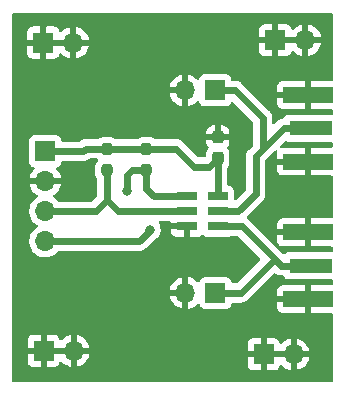
<source format=gbr>
%TF.GenerationSoftware,KiCad,Pcbnew,(6.0.2)*%
%TF.CreationDate,2022-11-21T15:27:55-08:00*%
%TF.ProjectId,si514_clock,73693531-345f-4636-9c6f-636b2e6b6963,rev?*%
%TF.SameCoordinates,PX86903e0PY67ceb50*%
%TF.FileFunction,Copper,L1,Top*%
%TF.FilePolarity,Positive*%
%FSLAX46Y46*%
G04 Gerber Fmt 4.6, Leading zero omitted, Abs format (unit mm)*
G04 Created by KiCad (PCBNEW (6.0.2)) date 2022-11-21 15:27:55*
%MOMM*%
%LPD*%
G01*
G04 APERTURE LIST*
G04 Aperture macros list*
%AMRoundRect*
0 Rectangle with rounded corners*
0 $1 Rounding radius*
0 $2 $3 $4 $5 $6 $7 $8 $9 X,Y pos of 4 corners*
0 Add a 4 corners polygon primitive as box body*
4,1,4,$2,$3,$4,$5,$6,$7,$8,$9,$2,$3,0*
0 Add four circle primitives for the rounded corners*
1,1,$1+$1,$2,$3*
1,1,$1+$1,$4,$5*
1,1,$1+$1,$6,$7*
1,1,$1+$1,$8,$9*
0 Add four rect primitives between the rounded corners*
20,1,$1+$1,$2,$3,$4,$5,0*
20,1,$1+$1,$4,$5,$6,$7,0*
20,1,$1+$1,$6,$7,$8,$9,0*
20,1,$1+$1,$8,$9,$2,$3,0*%
G04 Aperture macros list end*
%TA.AperFunction,SMDPad,CuDef*%
%ADD10R,3.600000X1.270000*%
%TD*%
%TA.AperFunction,SMDPad,CuDef*%
%ADD11R,4.200000X1.350000*%
%TD*%
%TA.AperFunction,ComponentPad*%
%ADD12R,1.700000X1.700000*%
%TD*%
%TA.AperFunction,ComponentPad*%
%ADD13O,1.700000X1.700000*%
%TD*%
%TA.AperFunction,SMDPad,CuDef*%
%ADD14R,1.700000X0.800000*%
%TD*%
%TA.AperFunction,SMDPad,CuDef*%
%ADD15RoundRect,0.237500X-0.237500X0.250000X-0.237500X-0.250000X0.237500X-0.250000X0.237500X0.250000X0*%
%TD*%
%TA.AperFunction,SMDPad,CuDef*%
%ADD16RoundRect,0.237500X0.237500X-0.300000X0.237500X0.300000X-0.237500X0.300000X-0.237500X-0.300000X0*%
%TD*%
%TA.AperFunction,ViaPad*%
%ADD17C,0.800000*%
%TD*%
%TA.AperFunction,Conductor*%
%ADD18C,0.609600*%
%TD*%
G04 APERTURE END LIST*
D10*
%TO.P,J7,1,In*%
%TO.N,/CLK+*%
X25800000Y10350000D03*
D11*
%TO.P,J7,2,Ext*%
%TO.N,GND*%
X25600000Y13175000D03*
X25600000Y7525000D03*
%TD*%
D12*
%TO.P,J8,1,Pin_1*%
%TO.N,/CLK+*%
X17750000Y8050000D03*
D13*
%TO.P,J8,2,Pin_2*%
%TO.N,GND*%
X15210000Y8050000D03*
%TD*%
D10*
%TO.P,J6,1,In*%
%TO.N,/CLK-*%
X25800000Y22000000D03*
D11*
%TO.P,J6,2,Ext*%
%TO.N,GND*%
X25600000Y24825000D03*
X25600000Y19175000D03*
%TD*%
D14*
%TO.P,U1,1,SDA*%
%TO.N,/SDA*%
X15350000Y16220000D03*
%TO.P,U1,2,SCL*%
%TO.N,/SCL*%
X15350000Y14950000D03*
%TO.P,U1,3,GND*%
%TO.N,GND*%
X15350000Y13680000D03*
%TO.P,U1,4,CLK+*%
%TO.N,/CLK+*%
X17950000Y13680000D03*
%TO.P,U1,5,CLK-*%
%TO.N,/CLK-*%
X17950000Y14950000D03*
%TO.P,U1,6,VDD*%
%TO.N,/VDD3.3*%
X17950000Y16220000D03*
%TD*%
D12*
%TO.P,J9,1,Pin_1*%
%TO.N,/CLK-*%
X17740000Y25200000D03*
D13*
%TO.P,J9,2,Pin_2*%
%TO.N,GND*%
X15200000Y25200000D03*
%TD*%
D12*
%TO.P,J3,1,Pin_1*%
%TO.N,GND*%
X3175000Y29250000D03*
D13*
%TO.P,J3,2,Pin_2*%
X5715000Y29250000D03*
%TD*%
D12*
%TO.P,J1,1,Pin_1*%
%TO.N,GND*%
X3200000Y3150000D03*
D13*
%TO.P,J1,2,Pin_2*%
X5740000Y3150000D03*
%TD*%
D15*
%TO.P,R2,1*%
%TO.N,/VDD3.3*%
X11900000Y20262500D03*
%TO.P,R2,2*%
%TO.N,/SDA*%
X11900000Y18437500D03*
%TD*%
D12*
%TO.P,J2,1,Pin_1*%
%TO.N,GND*%
X21825000Y2850000D03*
D13*
%TO.P,J2,2,Pin_2*%
X24365000Y2850000D03*
%TD*%
D12*
%TO.P,J5,1,Pin_1*%
%TO.N,/VDD3.3*%
X3350000Y20050000D03*
D13*
%TO.P,J5,2,Pin_2*%
%TO.N,GND*%
X3350000Y17510000D03*
%TO.P,J5,3,Pin_3*%
%TO.N,/SCL*%
X3350000Y14970000D03*
%TO.P,J5,4,Pin_4*%
%TO.N,/SDA*%
X3350000Y12430000D03*
%TD*%
D15*
%TO.P,R1,1*%
%TO.N,/VDD3.3*%
X8550000Y20262500D03*
%TO.P,R1,2*%
%TO.N,/SCL*%
X8550000Y18437500D03*
%TD*%
D16*
%TO.P,C1,1*%
%TO.N,/VDD3.3*%
X17950000Y19487500D03*
%TO.P,C1,2*%
%TO.N,GND*%
X17950000Y21212500D03*
%TD*%
D12*
%TO.P,J4,1,Pin_1*%
%TO.N,GND*%
X22825000Y29450000D03*
D13*
%TO.P,J4,2,Pin_2*%
X25365000Y29450000D03*
%TD*%
D17*
%TO.N,GND*%
X14600000Y29400000D03*
X6250000Y17350000D03*
X6800000Y8200000D03*
X21600000Y7300000D03*
X24400000Y16150000D03*
X16300000Y20800000D03*
X14000000Y12100001D03*
%TO.N,/SDA*%
X12200000Y13400000D03*
X10300000Y16700000D03*
%TD*%
D18*
%TO.N,/VDD3.3*%
X15900000Y18750000D02*
X14387500Y20262500D01*
X17212500Y18750000D02*
X15900000Y18750000D01*
X17950000Y19487500D02*
X17212500Y18750000D01*
X17950000Y16220000D02*
X17950000Y19487500D01*
X14387500Y20262500D02*
X11900000Y20262500D01*
%TO.N,/CLK-*%
X21750000Y20200000D02*
X23550000Y22000000D01*
X23550000Y22000000D02*
X25850000Y22000000D01*
%TO.N,/VDD3.3*%
X6762500Y20262500D02*
X8550000Y20262500D01*
X11900000Y20262500D02*
X8550000Y20262500D01*
X3350000Y20050000D02*
X6550000Y20050000D01*
X6550000Y20050000D02*
X6762500Y20262500D01*
%TO.N,/SCL*%
X7620000Y14970000D02*
X8550000Y15900000D01*
X9500000Y14950000D02*
X15350000Y14950000D01*
X3350000Y14970000D02*
X7620000Y14970000D01*
X8550000Y18437500D02*
X8550000Y15900000D01*
X8550000Y15900000D02*
X9500000Y14950000D01*
%TO.N,/SDA*%
X10300000Y18050000D02*
X10687500Y18437500D01*
X12530000Y16220000D02*
X15350000Y16220000D01*
X11280000Y12430000D02*
X11750000Y12900000D01*
X10687500Y18437500D02*
X11900000Y18437500D01*
X11900000Y18437500D02*
X11900000Y16850000D01*
X12200000Y13350000D02*
X12200000Y13400000D01*
X11900000Y16850000D02*
X12530000Y16220000D01*
X10300000Y16700000D02*
X10300000Y18050000D01*
X3350000Y12430000D02*
X11280000Y12430000D01*
X11750000Y12900000D02*
X12200000Y13350000D01*
%TO.N,/CLK+*%
X22750000Y10900000D02*
X23300000Y10350000D01*
X17750000Y8050000D02*
X19900000Y8050000D01*
X23300000Y10350000D02*
X25800000Y10350000D01*
X17950000Y13680000D02*
X19970000Y13680000D01*
X19900000Y8050000D02*
X22750000Y10900000D01*
X19970000Y13680000D02*
X22750000Y10900000D01*
%TO.N,/CLK-*%
X19700000Y14950000D02*
X21150000Y16400000D01*
X21750000Y22850000D02*
X21750000Y20200000D01*
X21150000Y16400000D02*
X21150000Y19600000D01*
X17740000Y25200000D02*
X19400000Y25200000D01*
X21150000Y19600000D02*
X21750000Y20200000D01*
X17950000Y14950000D02*
X19700000Y14950000D01*
X19400000Y25200000D02*
X21750000Y22850000D01*
%TD*%
%TA.AperFunction,Conductor*%
%TO.N,GND*%
G36*
X27634121Y31721998D02*
G01*
X27680614Y31668342D01*
X27692000Y31616000D01*
X27692000Y26134000D01*
X27671998Y26065879D01*
X27618342Y26019386D01*
X27566000Y26008000D01*
X25872115Y26008000D01*
X25856876Y26003525D01*
X25855671Y26002135D01*
X25854000Y25994452D01*
X25854000Y23660116D01*
X25858475Y23644877D01*
X25859865Y23643672D01*
X25867548Y23642001D01*
X27566000Y23642001D01*
X27634121Y23621999D01*
X27680614Y23568343D01*
X27692000Y23516001D01*
X27692000Y23269500D01*
X27671998Y23201379D01*
X27618342Y23154886D01*
X27566000Y23143500D01*
X23951866Y23143500D01*
X23889684Y23136745D01*
X23753295Y23085615D01*
X23636739Y22998261D01*
X23549385Y22881705D01*
X23547014Y22875381D01*
X23497547Y22826025D01*
X23463909Y22813525D01*
X23424626Y22805033D01*
X23412050Y22802974D01*
X23375682Y22798894D01*
X23375673Y22798892D01*
X23368675Y22798107D01*
X23355770Y22793613D01*
X23336769Y22786997D01*
X23321962Y22782835D01*
X23302671Y22778664D01*
X23288949Y22775697D01*
X23282564Y22772720D01*
X23282562Y22772719D01*
X23270881Y22767272D01*
X23249386Y22757249D01*
X23237593Y22752460D01*
X23196361Y22738101D01*
X23190386Y22734367D01*
X23190383Y22734366D01*
X23167710Y22720199D01*
X23154193Y22712860D01*
X23123581Y22698585D01*
X23098595Y22679204D01*
X23089090Y22671831D01*
X23078636Y22664538D01*
X23041624Y22641411D01*
X23036625Y22636446D01*
X23036623Y22636445D01*
X23012656Y22612644D01*
X23012018Y22612047D01*
X23011347Y22611527D01*
X22985089Y22585269D01*
X22912154Y22512841D01*
X22911494Y22511800D01*
X22910385Y22510565D01*
X22778395Y22378575D01*
X22716083Y22344549D01*
X22645268Y22349614D01*
X22588432Y22392161D01*
X22563621Y22458681D01*
X22563300Y22467670D01*
X22563300Y22840737D01*
X22563307Y22842056D01*
X22564182Y22925661D01*
X22564256Y22932709D01*
X22555032Y22975370D01*
X22552972Y22987949D01*
X22548892Y23024329D01*
X22548891Y23024332D01*
X22548107Y23031325D01*
X22536998Y23063226D01*
X22532836Y23078036D01*
X22527187Y23104162D01*
X22525698Y23111051D01*
X22522719Y23117440D01*
X22507246Y23150623D01*
X22502450Y23162434D01*
X22488101Y23203639D01*
X22470208Y23232274D01*
X22462869Y23245791D01*
X22451565Y23270031D01*
X22451564Y23270033D01*
X22448586Y23276419D01*
X22421827Y23310916D01*
X22414540Y23321361D01*
X22391411Y23358376D01*
X22362644Y23387344D01*
X22362047Y23387982D01*
X22361527Y23388653D01*
X22335269Y23414911D01*
X22262841Y23487846D01*
X22261800Y23488506D01*
X22260565Y23489615D01*
X21644849Y24105331D01*
X22992001Y24105331D01*
X22992371Y24098510D01*
X22997895Y24047648D01*
X23001521Y24032396D01*
X23046676Y23911946D01*
X23055214Y23896351D01*
X23131715Y23794276D01*
X23144276Y23781715D01*
X23246351Y23705214D01*
X23261946Y23696676D01*
X23382394Y23651522D01*
X23397649Y23647895D01*
X23448514Y23642369D01*
X23455328Y23642000D01*
X25327885Y23642000D01*
X25343124Y23646475D01*
X25344329Y23647865D01*
X25346000Y23655548D01*
X25346000Y24552885D01*
X25341525Y24568124D01*
X25340135Y24569329D01*
X25332452Y24571000D01*
X23010116Y24571000D01*
X22994877Y24566525D01*
X22993672Y24565135D01*
X22992001Y24557452D01*
X22992001Y24105331D01*
X21644849Y24105331D01*
X20653065Y25097115D01*
X22992000Y25097115D01*
X22996475Y25081876D01*
X22997865Y25080671D01*
X23005548Y25079000D01*
X25327885Y25079000D01*
X25343124Y25083475D01*
X25344329Y25084865D01*
X25346000Y25092548D01*
X25346000Y25989884D01*
X25341525Y26005123D01*
X25340135Y26006328D01*
X25332452Y26007999D01*
X23455331Y26007999D01*
X23448510Y26007629D01*
X23397648Y26002105D01*
X23382396Y25998479D01*
X23261946Y25953324D01*
X23246351Y25944786D01*
X23144276Y25868285D01*
X23131715Y25855724D01*
X23055214Y25753649D01*
X23046676Y25738054D01*
X23001522Y25617606D01*
X22997895Y25602351D01*
X22992369Y25551486D01*
X22992000Y25544672D01*
X22992000Y25097115D01*
X20653065Y25097115D01*
X19981711Y25768469D01*
X19980782Y25769406D01*
X19922210Y25829218D01*
X19922209Y25829219D01*
X19917282Y25834250D01*
X19911364Y25838064D01*
X19911359Y25838068D01*
X19880593Y25857895D01*
X19870240Y25865334D01*
X19841634Y25888170D01*
X19836131Y25892563D01*
X19829791Y25895628D01*
X19829786Y25895631D01*
X19805721Y25907265D01*
X19792308Y25914792D01*
X19769836Y25929274D01*
X19769829Y25929277D01*
X19763910Y25933092D01*
X19722889Y25948023D01*
X19711149Y25952982D01*
X19678199Y25968911D01*
X19678197Y25968912D01*
X19671856Y25971977D01*
X19638936Y25979577D01*
X19624201Y25983943D01*
X19599072Y25993089D01*
X19599066Y25993091D01*
X19592451Y25995498D01*
X19568081Y25998576D01*
X19549141Y26000969D01*
X19536600Y26003203D01*
X19494070Y26013022D01*
X19487024Y26013047D01*
X19487021Y26013047D01*
X19453259Y26013165D01*
X19452366Y26013195D01*
X19451530Y26013300D01*
X19414594Y26013300D01*
X19414154Y26013301D01*
X19315154Y26013647D01*
X19315147Y26013647D01*
X19311608Y26013659D01*
X19310402Y26013389D01*
X19308753Y26013300D01*
X19220769Y26013300D01*
X19152648Y26033302D01*
X19106155Y26086958D01*
X19095506Y26125693D01*
X19092598Y26152460D01*
X19091745Y26160316D01*
X19040615Y26296705D01*
X18953261Y26413261D01*
X18836705Y26500615D01*
X18700316Y26551745D01*
X18638134Y26558500D01*
X16841866Y26558500D01*
X16779684Y26551745D01*
X16643295Y26500615D01*
X16526739Y26413261D01*
X16439385Y26296705D01*
X16436233Y26288297D01*
X16436232Y26288295D01*
X16394722Y26177567D01*
X16352081Y26120802D01*
X16285519Y26096102D01*
X16216170Y26111309D01*
X16183546Y26136996D01*
X16132799Y26192766D01*
X16125273Y26199785D01*
X15958139Y26331778D01*
X15949552Y26337483D01*
X15763117Y26440401D01*
X15753705Y26444631D01*
X15552959Y26515720D01*
X15542988Y26518354D01*
X15471837Y26531028D01*
X15458540Y26529568D01*
X15454000Y26515011D01*
X15454000Y23881483D01*
X15458064Y23867641D01*
X15471478Y23865607D01*
X15478184Y23866466D01*
X15488262Y23868608D01*
X15692255Y23929809D01*
X15701842Y23933567D01*
X15893095Y24027261D01*
X15901945Y24032536D01*
X16075328Y24156208D01*
X16083193Y24162855D01*
X16187897Y24267195D01*
X16250268Y24301111D01*
X16321075Y24295923D01*
X16377837Y24253277D01*
X16394819Y24222174D01*
X16417057Y24162855D01*
X16439385Y24103295D01*
X16526739Y23986739D01*
X16643295Y23899385D01*
X16779684Y23848255D01*
X16841866Y23841500D01*
X18638134Y23841500D01*
X18700316Y23848255D01*
X18836705Y23899385D01*
X18953261Y23986739D01*
X19040615Y24103295D01*
X19055330Y24142547D01*
X19097971Y24199312D01*
X19164532Y24224012D01*
X19233881Y24208805D01*
X19262407Y24187413D01*
X20899795Y22550025D01*
X20933821Y22487713D01*
X20936700Y22460930D01*
X20936700Y20589070D01*
X20916698Y20520949D01*
X20899795Y20499975D01*
X20581531Y20181711D01*
X20580594Y20180782D01*
X20515750Y20117282D01*
X20511936Y20111364D01*
X20511932Y20111359D01*
X20492105Y20080593D01*
X20484666Y20070240D01*
X20457437Y20036131D01*
X20454372Y20029791D01*
X20454369Y20029786D01*
X20442735Y20005721D01*
X20435208Y19992308D01*
X20420726Y19969836D01*
X20420723Y19969829D01*
X20416908Y19963910D01*
X20414498Y19957290D01*
X20414498Y19957289D01*
X20401979Y19922893D01*
X20397019Y19911152D01*
X20378023Y19871856D01*
X20370423Y19838936D01*
X20366057Y19824201D01*
X20356911Y19799072D01*
X20356909Y19799066D01*
X20354502Y19792451D01*
X20353620Y19785468D01*
X20349031Y19749141D01*
X20346797Y19736600D01*
X20336978Y19694070D01*
X20336953Y19687024D01*
X20336953Y19687021D01*
X20336835Y19653259D01*
X20336805Y19652366D01*
X20336700Y19651530D01*
X20336700Y19614594D01*
X20336699Y19614154D01*
X20336532Y19566179D01*
X20336341Y19511608D01*
X20336611Y19510402D01*
X20336700Y19508753D01*
X20336700Y16789070D01*
X20316698Y16720949D01*
X20299795Y16699974D01*
X19523595Y15923775D01*
X19461283Y15889750D01*
X19390467Y15894815D01*
X19333632Y15937362D01*
X19308821Y16003882D01*
X19308500Y16012871D01*
X19308500Y16668134D01*
X19301745Y16730316D01*
X19250615Y16866705D01*
X19163261Y16983261D01*
X19046705Y17070615D01*
X18910316Y17121745D01*
X18875692Y17125506D01*
X18810131Y17152747D01*
X18769704Y17211110D01*
X18763300Y17250769D01*
X18763300Y18664173D01*
X18782040Y18730289D01*
X18788214Y18740304D01*
X18868209Y18870080D01*
X18922974Y19035191D01*
X18924459Y19049678D01*
X18933172Y19134729D01*
X18933500Y19137928D01*
X18933500Y19837072D01*
X18933163Y19840322D01*
X18923419Y19934235D01*
X18923418Y19934239D01*
X18922707Y19941093D01*
X18901146Y20005721D01*
X18869972Y20099159D01*
X18867654Y20106107D01*
X18776116Y20254031D01*
X18768861Y20261274D01*
X18767895Y20263038D01*
X18766387Y20264941D01*
X18766713Y20265199D01*
X18734781Y20323554D01*
X18739782Y20394375D01*
X18768708Y20439470D01*
X18771364Y20442131D01*
X18780375Y20453540D01*
X18863912Y20589063D01*
X18870056Y20602241D01*
X18920315Y20753766D01*
X18923181Y20767132D01*
X18932672Y20859770D01*
X18933000Y20866185D01*
X18933000Y20940385D01*
X18928525Y20955624D01*
X18927135Y20956829D01*
X18919452Y20958500D01*
X16985115Y20958500D01*
X16969876Y20954025D01*
X16968671Y20952635D01*
X16967000Y20944952D01*
X16967000Y20866234D01*
X16967337Y20859718D01*
X16977075Y20765868D01*
X16979968Y20752472D01*
X17030488Y20601047D01*
X17036653Y20587885D01*
X17120426Y20452508D01*
X17129464Y20441106D01*
X17131139Y20439433D01*
X17131919Y20438007D01*
X17134007Y20435373D01*
X17133556Y20435016D01*
X17165219Y20377151D01*
X17160216Y20306331D01*
X17131299Y20261246D01*
X17129260Y20259203D01*
X17123071Y20253003D01*
X17119231Y20246773D01*
X17119230Y20246772D01*
X17036364Y20112338D01*
X17031791Y20104920D01*
X16977026Y19939809D01*
X16976326Y19932973D01*
X16976325Y19932970D01*
X16972401Y19894672D01*
X16966500Y19837072D01*
X16966500Y19706370D01*
X16946498Y19638249D01*
X16929595Y19617275D01*
X16912525Y19600205D01*
X16850213Y19566179D01*
X16823430Y19563300D01*
X16289070Y19563300D01*
X16220949Y19583302D01*
X16199975Y19600205D01*
X14969211Y20830969D01*
X14968282Y20831906D01*
X14909710Y20891718D01*
X14909709Y20891719D01*
X14904782Y20896750D01*
X14898864Y20900564D01*
X14898859Y20900568D01*
X14868093Y20920395D01*
X14857740Y20927834D01*
X14829134Y20950670D01*
X14823631Y20955063D01*
X14817291Y20958128D01*
X14817286Y20958131D01*
X14793221Y20969765D01*
X14779808Y20977292D01*
X14757336Y20991774D01*
X14757329Y20991777D01*
X14751410Y20995592D01*
X14710389Y21010523D01*
X14698649Y21015482D01*
X14695398Y21017054D01*
X14686093Y21021552D01*
X14665699Y21031411D01*
X14665697Y21031412D01*
X14659356Y21034477D01*
X14626436Y21042077D01*
X14611701Y21046443D01*
X14586572Y21055589D01*
X14586566Y21055591D01*
X14579951Y21057998D01*
X14553067Y21061394D01*
X14536641Y21063469D01*
X14524100Y21065703D01*
X14481570Y21075522D01*
X14474524Y21075547D01*
X14474521Y21075547D01*
X14440759Y21075665D01*
X14439866Y21075695D01*
X14439030Y21075800D01*
X14402094Y21075800D01*
X14401654Y21075801D01*
X14302654Y21076147D01*
X14302647Y21076147D01*
X14299108Y21076159D01*
X14297902Y21075889D01*
X14296253Y21075800D01*
X12678475Y21075800D01*
X12610354Y21095802D01*
X12606098Y21098840D01*
X12603003Y21101929D01*
X12454920Y21193209D01*
X12289809Y21247974D01*
X12282973Y21248674D01*
X12282970Y21248675D01*
X12231474Y21253951D01*
X12187072Y21258500D01*
X11612928Y21258500D01*
X11609682Y21258163D01*
X11609678Y21258163D01*
X11515765Y21248419D01*
X11515761Y21248418D01*
X11508907Y21247707D01*
X11502371Y21245526D01*
X11502369Y21245526D01*
X11369605Y21201232D01*
X11343893Y21192654D01*
X11195969Y21101116D01*
X11195774Y21101432D01*
X11133966Y21076417D01*
X11121515Y21075800D01*
X9328475Y21075800D01*
X9260354Y21095802D01*
X9256098Y21098840D01*
X9253003Y21101929D01*
X9104920Y21193209D01*
X8939809Y21247974D01*
X8932973Y21248674D01*
X8932970Y21248675D01*
X8881474Y21253951D01*
X8837072Y21258500D01*
X8262928Y21258500D01*
X8259682Y21258163D01*
X8259678Y21258163D01*
X8165765Y21248419D01*
X8165761Y21248418D01*
X8158907Y21247707D01*
X8152371Y21245526D01*
X8152369Y21245526D01*
X8019605Y21201232D01*
X7993893Y21192654D01*
X7845969Y21101116D01*
X7845774Y21101432D01*
X7783966Y21076417D01*
X7771515Y21075800D01*
X6771717Y21075800D01*
X6770397Y21075807D01*
X6769289Y21075819D01*
X6679791Y21076756D01*
X6672909Y21075268D01*
X6672908Y21075268D01*
X6637128Y21067533D01*
X6624550Y21065474D01*
X6588182Y21061394D01*
X6588173Y21061392D01*
X6581175Y21060607D01*
X6573683Y21057998D01*
X6549269Y21049497D01*
X6534462Y21045335D01*
X6519376Y21042073D01*
X6501449Y21038197D01*
X6495064Y21035220D01*
X6495062Y21035219D01*
X6493471Y21034477D01*
X6461886Y21019749D01*
X6450093Y21014960D01*
X6408861Y21000601D01*
X6402886Y20996867D01*
X6402883Y20996866D01*
X6380210Y20982699D01*
X6366693Y20975360D01*
X6336081Y20961085D01*
X6319385Y20948134D01*
X6301590Y20934331D01*
X6291136Y20927038D01*
X6254124Y20903911D01*
X6249124Y20898946D01*
X6243602Y20894569D01*
X6242593Y20895842D01*
X6187650Y20866087D01*
X6161295Y20863300D01*
X4830769Y20863300D01*
X4762648Y20883302D01*
X4716155Y20936958D01*
X4705506Y20975693D01*
X4703759Y20991774D01*
X4701745Y21010316D01*
X4650615Y21146705D01*
X4563261Y21263261D01*
X4446705Y21350615D01*
X4310316Y21401745D01*
X4248134Y21408500D01*
X2451866Y21408500D01*
X2389684Y21401745D01*
X2253295Y21350615D01*
X2136739Y21263261D01*
X2049385Y21146705D01*
X1998255Y21010316D01*
X1991500Y20948134D01*
X1991500Y19151866D01*
X1998255Y19089684D01*
X2049385Y18953295D01*
X2136739Y18836739D01*
X2253295Y18749385D01*
X2261704Y18746233D01*
X2261705Y18746232D01*
X2370960Y18705274D01*
X2427725Y18662633D01*
X2452425Y18596071D01*
X2437218Y18526722D01*
X2417825Y18500241D01*
X2294590Y18371283D01*
X2288104Y18363273D01*
X2168098Y18187351D01*
X2163000Y18178377D01*
X2073338Y17985217D01*
X2069775Y17975530D01*
X2014389Y17775817D01*
X2015912Y17767393D01*
X2028292Y17764000D01*
X4668344Y17764000D01*
X4681875Y17767973D01*
X4683180Y17777053D01*
X4641214Y17944125D01*
X4637894Y17953876D01*
X4552972Y18149186D01*
X4548105Y18158261D01*
X4432426Y18337074D01*
X4426136Y18345243D01*
X4282293Y18503323D01*
X4251241Y18567169D01*
X4259635Y18637667D01*
X4304812Y18692436D01*
X4331256Y18706105D01*
X4438297Y18746233D01*
X4446705Y18749385D01*
X4563261Y18836739D01*
X4650615Y18953295D01*
X4701745Y19089684D01*
X4705506Y19124308D01*
X4732747Y19189869D01*
X4791110Y19230296D01*
X4830769Y19236700D01*
X6540783Y19236700D01*
X6542104Y19236693D01*
X6632709Y19235744D01*
X6675370Y19244968D01*
X6687949Y19247028D01*
X6724329Y19251108D01*
X6724332Y19251109D01*
X6731325Y19251893D01*
X6763226Y19263002D01*
X6778036Y19267164D01*
X6811051Y19274302D01*
X6817440Y19277281D01*
X6850619Y19292752D01*
X6862429Y19297548D01*
X6869542Y19300025D01*
X6903639Y19311899D01*
X6932283Y19329798D01*
X6945792Y19337133D01*
X6976419Y19351415D01*
X7010910Y19378169D01*
X7021366Y19385463D01*
X7052400Y19404855D01*
X7058376Y19408589D01*
X7063376Y19413554D01*
X7068898Y19417931D01*
X7069907Y19416658D01*
X7124850Y19446413D01*
X7151205Y19449200D01*
X7714935Y19449200D01*
X7783056Y19429198D01*
X7829549Y19375542D01*
X7839653Y19305268D01*
X7810159Y19240688D01*
X7804108Y19234183D01*
X7728246Y19158188D01*
X7728242Y19158183D01*
X7723071Y19153003D01*
X7719231Y19146773D01*
X7719230Y19146772D01*
X7636364Y19012338D01*
X7631791Y19004920D01*
X7577026Y18839809D01*
X7566500Y18737072D01*
X7566500Y18137928D01*
X7566837Y18134682D01*
X7566837Y18134678D01*
X7574852Y18057437D01*
X7577293Y18033907D01*
X7579474Y18027371D01*
X7579474Y18027369D01*
X7613351Y17925829D01*
X7632346Y17868893D01*
X7636202Y17862662D01*
X7717844Y17730730D01*
X7736700Y17664427D01*
X7736700Y16289070D01*
X7716698Y16220949D01*
X7699795Y16199974D01*
X7320024Y15820204D01*
X7257712Y15786179D01*
X7230929Y15783300D01*
X4502483Y15783300D01*
X4434362Y15803302D01*
X4409290Y15824500D01*
X4283152Y15963124D01*
X4283142Y15963133D01*
X4279670Y15966949D01*
X4275619Y15970148D01*
X4275615Y15970152D01*
X4108414Y16102200D01*
X4108410Y16102202D01*
X4104359Y16105402D01*
X4062569Y16128471D01*
X4012598Y16178903D01*
X3997826Y16248346D01*
X4022942Y16314752D01*
X4050294Y16341359D01*
X4225328Y16466208D01*
X4233200Y16472861D01*
X4384052Y16623188D01*
X4390730Y16631035D01*
X4515003Y16803980D01*
X4520313Y16812817D01*
X4614670Y17003733D01*
X4618469Y17013328D01*
X4680377Y17217090D01*
X4682555Y17227163D01*
X4683986Y17238038D01*
X4681775Y17252222D01*
X4668617Y17256000D01*
X2033225Y17256000D01*
X2019694Y17252027D01*
X2018257Y17242034D01*
X2048565Y17107554D01*
X2051645Y17097725D01*
X2131770Y16900397D01*
X2136413Y16891206D01*
X2247694Y16709612D01*
X2253777Y16701301D01*
X2393213Y16540333D01*
X2400580Y16533117D01*
X2564434Y16397084D01*
X2572881Y16391169D01*
X2641969Y16350797D01*
X2690693Y16299158D01*
X2703764Y16229375D01*
X2677033Y16163604D01*
X2636584Y16130248D01*
X2623607Y16123493D01*
X2619474Y16120390D01*
X2619471Y16120388D01*
X2449100Y15992470D01*
X2444965Y15989365D01*
X2415343Y15958367D01*
X2307263Y15845268D01*
X2290629Y15827862D01*
X2287715Y15823590D01*
X2287714Y15823589D01*
X2263732Y15788432D01*
X2164743Y15643320D01*
X2070688Y15440695D01*
X2010989Y15225430D01*
X1987251Y15003305D01*
X2000110Y14780285D01*
X2001247Y14775239D01*
X2001248Y14775233D01*
X2019386Y14694751D01*
X2049222Y14562361D01*
X2099497Y14438547D01*
X2122873Y14380980D01*
X2133266Y14355384D01*
X2163858Y14305463D01*
X2242923Y14176440D01*
X2249987Y14164912D01*
X2396250Y13996062D01*
X2568126Y13853368D01*
X2638595Y13812189D01*
X2641445Y13810524D01*
X2690169Y13758886D01*
X2703240Y13689103D01*
X2676509Y13623331D01*
X2636055Y13589973D01*
X2623607Y13583493D01*
X2619474Y13580390D01*
X2619471Y13580388D01*
X2595247Y13562200D01*
X2444965Y13449365D01*
X2290629Y13287862D01*
X2164743Y13103320D01*
X2162564Y13098625D01*
X2075638Y12911358D01*
X2070688Y12900695D01*
X2010989Y12685430D01*
X1987251Y12463305D01*
X1987548Y12458152D01*
X1987548Y12458149D01*
X1991916Y12382396D01*
X2000110Y12240285D01*
X2001247Y12235239D01*
X2001248Y12235233D01*
X2021747Y12144276D01*
X2049222Y12022361D01*
X2110673Y11871024D01*
X2121350Y11844731D01*
X2133266Y11815384D01*
X2135965Y11810980D01*
X2219019Y11675448D01*
X2249987Y11624912D01*
X2396250Y11456062D01*
X2568126Y11313368D01*
X2761000Y11200662D01*
X2969692Y11120970D01*
X2974760Y11119939D01*
X2974763Y11119938D01*
X3082017Y11098117D01*
X3188597Y11076433D01*
X3193772Y11076243D01*
X3193774Y11076243D01*
X3406673Y11068436D01*
X3406677Y11068436D01*
X3411837Y11068247D01*
X3416957Y11068903D01*
X3416959Y11068903D01*
X3628288Y11095975D01*
X3628289Y11095975D01*
X3633416Y11096632D01*
X3638366Y11098117D01*
X3842429Y11159339D01*
X3842434Y11159341D01*
X3847384Y11160826D01*
X4047994Y11259104D01*
X4229860Y11388827D01*
X4281867Y11440652D01*
X4346325Y11504886D01*
X4388096Y11546511D01*
X4400827Y11564228D01*
X4456822Y11607875D01*
X4503148Y11616700D01*
X11270783Y11616700D01*
X11272104Y11616693D01*
X11362709Y11615744D01*
X11405370Y11624968D01*
X11417949Y11627028D01*
X11454329Y11631108D01*
X11454332Y11631109D01*
X11461325Y11631893D01*
X11493226Y11643002D01*
X11508036Y11647164D01*
X11541051Y11654302D01*
X11547440Y11657281D01*
X11580619Y11672752D01*
X11592429Y11677548D01*
X11633639Y11691899D01*
X11662283Y11709798D01*
X11675792Y11717133D01*
X11706419Y11731415D01*
X11740910Y11758169D01*
X11751366Y11765463D01*
X11782400Y11784855D01*
X11788376Y11788589D01*
X11810924Y11810980D01*
X11817344Y11817356D01*
X11817982Y11817953D01*
X11818653Y11818473D01*
X11844911Y11844731D01*
X11917846Y11917159D01*
X11918506Y11918200D01*
X11919615Y11919435D01*
X12554274Y12554094D01*
X12592120Y12580106D01*
X12650722Y12606197D01*
X12650724Y12606198D01*
X12656752Y12608882D01*
X12811253Y12721134D01*
X12857387Y12772371D01*
X12934621Y12858148D01*
X12934622Y12858149D01*
X12939040Y12863056D01*
X13034527Y13028444D01*
X13093542Y13210072D01*
X13096197Y13235331D01*
X13992001Y13235331D01*
X13992371Y13228510D01*
X13997895Y13177648D01*
X14001521Y13162396D01*
X14046676Y13041946D01*
X14055214Y13026351D01*
X14131715Y12924276D01*
X14144276Y12911715D01*
X14246351Y12835214D01*
X14261946Y12826676D01*
X14382394Y12781522D01*
X14397649Y12777895D01*
X14448514Y12772369D01*
X14455328Y12772000D01*
X15077885Y12772000D01*
X15093124Y12776475D01*
X15094329Y12777865D01*
X15096000Y12785548D01*
X15096000Y13407885D01*
X15091525Y13423124D01*
X15090135Y13424329D01*
X15082452Y13426000D01*
X14010116Y13426000D01*
X13994877Y13421525D01*
X13993672Y13420135D01*
X13992001Y13412452D01*
X13992001Y13235331D01*
X13096197Y13235331D01*
X13097035Y13243300D01*
X13112814Y13393435D01*
X13113504Y13400000D01*
X13109032Y13442548D01*
X13094232Y13583365D01*
X13094232Y13583367D01*
X13093542Y13589928D01*
X13034527Y13771556D01*
X12939040Y13936944D01*
X12937813Y13938306D01*
X12914550Y14003504D01*
X12930629Y14072656D01*
X12981542Y14122137D01*
X13040344Y14136700D01*
X13866000Y14136700D01*
X13934121Y14116698D01*
X13980614Y14063042D01*
X13992000Y14010700D01*
X13992000Y13952115D01*
X13996475Y13936876D01*
X13997865Y13935671D01*
X14005548Y13934000D01*
X15478000Y13934000D01*
X15546121Y13913998D01*
X15592614Y13860342D01*
X15604000Y13808000D01*
X15604000Y12790116D01*
X15608475Y12774877D01*
X15609865Y12773672D01*
X15617548Y12772001D01*
X16244669Y12772001D01*
X16251490Y12772371D01*
X16302352Y12777895D01*
X16317604Y12781521D01*
X16438054Y12826676D01*
X16453649Y12835214D01*
X16555724Y12911715D01*
X16560548Y12916539D01*
X16622860Y12950565D01*
X16693675Y12945500D01*
X16735171Y12918832D01*
X16736739Y12916739D01*
X16853295Y12829385D01*
X16989684Y12778255D01*
X17051866Y12771500D01*
X18848134Y12771500D01*
X18910316Y12778255D01*
X19046705Y12829385D01*
X19062906Y12841527D01*
X19129413Y12866374D01*
X19138470Y12866700D01*
X19580930Y12866700D01*
X19649051Y12846698D01*
X19670025Y12829795D01*
X21510725Y10989095D01*
X21544751Y10926783D01*
X21539686Y10855968D01*
X21510725Y10810905D01*
X19600025Y8900205D01*
X19537713Y8866179D01*
X19510930Y8863300D01*
X19230769Y8863300D01*
X19162648Y8883302D01*
X19116155Y8936958D01*
X19105506Y8975693D01*
X19102598Y9002460D01*
X19101745Y9010316D01*
X19050615Y9146705D01*
X18963261Y9263261D01*
X18846705Y9350615D01*
X18710316Y9401745D01*
X18648134Y9408500D01*
X16851866Y9408500D01*
X16789684Y9401745D01*
X16653295Y9350615D01*
X16536739Y9263261D01*
X16449385Y9146705D01*
X16446233Y9138297D01*
X16446232Y9138295D01*
X16404722Y9027567D01*
X16362081Y8970802D01*
X16295519Y8946102D01*
X16226170Y8961309D01*
X16193546Y8986996D01*
X16142799Y9042766D01*
X16135273Y9049785D01*
X15968139Y9181778D01*
X15959552Y9187483D01*
X15773117Y9290401D01*
X15763705Y9294631D01*
X15562959Y9365720D01*
X15552988Y9368354D01*
X15481837Y9381028D01*
X15468540Y9379568D01*
X15464000Y9365011D01*
X15464000Y6731483D01*
X15468064Y6717641D01*
X15481478Y6715607D01*
X15488184Y6716466D01*
X15498262Y6718608D01*
X15702255Y6779809D01*
X15711842Y6783567D01*
X15903095Y6877261D01*
X15911945Y6882536D01*
X16085328Y7006208D01*
X16093193Y7012855D01*
X16197897Y7117195D01*
X16260268Y7151111D01*
X16331075Y7145923D01*
X16387837Y7103277D01*
X16404819Y7072174D01*
X16449385Y6953295D01*
X16536739Y6836739D01*
X16653295Y6749385D01*
X16789684Y6698255D01*
X16851866Y6691500D01*
X18648134Y6691500D01*
X18710316Y6698255D01*
X18846705Y6749385D01*
X18921353Y6805331D01*
X22992001Y6805331D01*
X22992371Y6798510D01*
X22997895Y6747648D01*
X23001521Y6732396D01*
X23046676Y6611946D01*
X23055214Y6596351D01*
X23131715Y6494276D01*
X23144276Y6481715D01*
X23246351Y6405214D01*
X23261946Y6396676D01*
X23382394Y6351522D01*
X23397649Y6347895D01*
X23448514Y6342369D01*
X23455328Y6342000D01*
X25327885Y6342000D01*
X25343124Y6346475D01*
X25344329Y6347865D01*
X25346000Y6355548D01*
X25346000Y7252885D01*
X25341525Y7268124D01*
X25340135Y7269329D01*
X25332452Y7271000D01*
X23010116Y7271000D01*
X22994877Y7266525D01*
X22993672Y7265135D01*
X22992001Y7257452D01*
X22992001Y6805331D01*
X18921353Y6805331D01*
X18963261Y6836739D01*
X19050615Y6953295D01*
X19101745Y7089684D01*
X19105506Y7124308D01*
X19132747Y7189869D01*
X19191110Y7230296D01*
X19230769Y7236700D01*
X19890783Y7236700D01*
X19892104Y7236693D01*
X19982709Y7235744D01*
X20025370Y7244968D01*
X20037949Y7247028D01*
X20074329Y7251108D01*
X20074332Y7251109D01*
X20081325Y7251893D01*
X20113226Y7263002D01*
X20128036Y7267164D01*
X20132476Y7268124D01*
X20161051Y7274302D01*
X20167440Y7277281D01*
X20200619Y7292752D01*
X20212429Y7297548D01*
X20253639Y7311899D01*
X20282283Y7329798D01*
X20295792Y7337133D01*
X20326419Y7351415D01*
X20360910Y7378169D01*
X20371366Y7385463D01*
X20402400Y7404855D01*
X20408376Y7408589D01*
X20437344Y7437356D01*
X20437982Y7437953D01*
X20438653Y7438473D01*
X20464911Y7464731D01*
X20537846Y7537159D01*
X20538506Y7538200D01*
X20539615Y7539435D01*
X20797295Y7797115D01*
X22992000Y7797115D01*
X22996475Y7781876D01*
X22997865Y7780671D01*
X23005548Y7779000D01*
X25327885Y7779000D01*
X25343124Y7783475D01*
X25344329Y7784865D01*
X25346000Y7792548D01*
X25346000Y8689884D01*
X25341525Y8705123D01*
X25340135Y8706328D01*
X25332452Y8707999D01*
X23455331Y8707999D01*
X23448510Y8707629D01*
X23397648Y8702105D01*
X23382396Y8698479D01*
X23261946Y8653324D01*
X23246351Y8644786D01*
X23144276Y8568285D01*
X23131715Y8555724D01*
X23055214Y8453649D01*
X23046676Y8438054D01*
X23001522Y8317606D01*
X22997895Y8302351D01*
X22992369Y8251486D01*
X22992000Y8244672D01*
X22992000Y7797115D01*
X20797295Y7797115D01*
X22669515Y9669335D01*
X22731827Y9703361D01*
X22802642Y9698296D01*
X22837220Y9678711D01*
X22863869Y9657437D01*
X22894283Y9642734D01*
X22907691Y9635210D01*
X22936090Y9616908D01*
X22975996Y9602383D01*
X22977115Y9601976D01*
X22988854Y9597017D01*
X23028144Y9578024D01*
X23061053Y9570426D01*
X23075793Y9566060D01*
X23107549Y9554502D01*
X23150874Y9549029D01*
X23163403Y9546796D01*
X23199065Y9538562D01*
X23199073Y9538561D01*
X23205930Y9536978D01*
X23212971Y9536953D01*
X23212974Y9536953D01*
X23246739Y9536835D01*
X23247632Y9536806D01*
X23248470Y9536700D01*
X23285533Y9536700D01*
X23285972Y9536699D01*
X23384859Y9536354D01*
X23384864Y9536354D01*
X23388392Y9536342D01*
X23389595Y9536611D01*
X23391240Y9536700D01*
X23438720Y9536700D01*
X23506841Y9516698D01*
X23547654Y9472912D01*
X23549385Y9468295D01*
X23636739Y9351739D01*
X23753295Y9264385D01*
X23889684Y9213255D01*
X23951866Y9206500D01*
X27566000Y9206500D01*
X27634121Y9186498D01*
X27680614Y9132842D01*
X27692000Y9080500D01*
X27692000Y8834000D01*
X27671998Y8765879D01*
X27618342Y8719386D01*
X27566000Y8708000D01*
X25872115Y8708000D01*
X25856876Y8703525D01*
X25855671Y8702135D01*
X25854000Y8694452D01*
X25854000Y6360116D01*
X25858475Y6344877D01*
X25859865Y6343672D01*
X25867548Y6342001D01*
X27566000Y6342001D01*
X27634121Y6321999D01*
X27680614Y6268343D01*
X27692000Y6216001D01*
X27692000Y634000D01*
X27671998Y565879D01*
X27618342Y519386D01*
X27566000Y508000D01*
X634000Y508000D01*
X565879Y528002D01*
X519386Y581658D01*
X508000Y634000D01*
X508000Y2255331D01*
X1842001Y2255331D01*
X1842371Y2248510D01*
X1847895Y2197648D01*
X1851521Y2182396D01*
X1896676Y2061946D01*
X1905214Y2046351D01*
X1981715Y1944276D01*
X1994276Y1931715D01*
X2096351Y1855214D01*
X2111946Y1846676D01*
X2232394Y1801522D01*
X2247649Y1797895D01*
X2298514Y1792369D01*
X2305328Y1792000D01*
X2927885Y1792000D01*
X2943124Y1796475D01*
X2944329Y1797865D01*
X2946000Y1805548D01*
X2946000Y1810116D01*
X3454000Y1810116D01*
X3458475Y1794877D01*
X3459865Y1793672D01*
X3467548Y1792001D01*
X4094669Y1792001D01*
X4101490Y1792371D01*
X4152352Y1797895D01*
X4167604Y1801521D01*
X4288054Y1846676D01*
X4303649Y1855214D01*
X4405724Y1931715D01*
X4418285Y1944276D01*
X4494786Y2046351D01*
X4503325Y2061948D01*
X4544425Y2171582D01*
X4587066Y2228347D01*
X4653628Y2253047D01*
X4722977Y2237840D01*
X4757645Y2209850D01*
X4783219Y2180326D01*
X4790580Y2173117D01*
X4954434Y2037084D01*
X4962881Y2031169D01*
X5146756Y1923721D01*
X5156042Y1919271D01*
X5355001Y1843297D01*
X5364899Y1840421D01*
X5468250Y1819394D01*
X5482299Y1820590D01*
X5486000Y1830935D01*
X5486000Y1831483D01*
X5994000Y1831483D01*
X5998064Y1817641D01*
X6011478Y1815607D01*
X6018184Y1816466D01*
X6028262Y1818608D01*
X6232255Y1879809D01*
X6241842Y1883567D01*
X6388330Y1955331D01*
X20467001Y1955331D01*
X20467371Y1948510D01*
X20472895Y1897648D01*
X20476521Y1882396D01*
X20521676Y1761946D01*
X20530214Y1746351D01*
X20606715Y1644276D01*
X20619276Y1631715D01*
X20721351Y1555214D01*
X20736946Y1546676D01*
X20857394Y1501522D01*
X20872649Y1497895D01*
X20923514Y1492369D01*
X20930328Y1492000D01*
X21552885Y1492000D01*
X21568124Y1496475D01*
X21569329Y1497865D01*
X21571000Y1505548D01*
X21571000Y1510116D01*
X22079000Y1510116D01*
X22083475Y1494877D01*
X22084865Y1493672D01*
X22092548Y1492001D01*
X22719669Y1492001D01*
X22726490Y1492371D01*
X22777352Y1497895D01*
X22792604Y1501521D01*
X22913054Y1546676D01*
X22928649Y1555214D01*
X23030724Y1631715D01*
X23043285Y1644276D01*
X23119786Y1746351D01*
X23128325Y1761948D01*
X23169425Y1871582D01*
X23212066Y1928347D01*
X23278628Y1953047D01*
X23347977Y1937840D01*
X23382645Y1909850D01*
X23408219Y1880326D01*
X23415580Y1873117D01*
X23579434Y1737084D01*
X23587881Y1731169D01*
X23771756Y1623721D01*
X23781042Y1619271D01*
X23980001Y1543297D01*
X23989899Y1540421D01*
X24093250Y1519394D01*
X24107299Y1520590D01*
X24111000Y1530935D01*
X24111000Y1531483D01*
X24619000Y1531483D01*
X24623064Y1517641D01*
X24636478Y1515607D01*
X24643184Y1516466D01*
X24653262Y1518608D01*
X24857255Y1579809D01*
X24866842Y1583567D01*
X25058095Y1677261D01*
X25066945Y1682536D01*
X25240328Y1806208D01*
X25248200Y1812861D01*
X25399052Y1963188D01*
X25405730Y1971035D01*
X25530003Y2143980D01*
X25535313Y2152817D01*
X25629670Y2343733D01*
X25633469Y2353328D01*
X25695377Y2557090D01*
X25697555Y2567163D01*
X25698986Y2578038D01*
X25696775Y2592222D01*
X25683617Y2596000D01*
X24637115Y2596000D01*
X24621876Y2591525D01*
X24620671Y2590135D01*
X24619000Y2582452D01*
X24619000Y1531483D01*
X24111000Y1531483D01*
X24111000Y2577885D01*
X24106525Y2593124D01*
X24105135Y2594329D01*
X24097452Y2596000D01*
X22097115Y2596000D01*
X22081876Y2591525D01*
X22080671Y2590135D01*
X22079000Y2582452D01*
X22079000Y1510116D01*
X21571000Y1510116D01*
X21571000Y2577885D01*
X21566525Y2593124D01*
X21565135Y2594329D01*
X21557452Y2596000D01*
X20485116Y2596000D01*
X20469877Y2591525D01*
X20468672Y2590135D01*
X20467001Y2582452D01*
X20467001Y1955331D01*
X6388330Y1955331D01*
X6433095Y1977261D01*
X6441945Y1982536D01*
X6615328Y2106208D01*
X6623200Y2112861D01*
X6774052Y2263188D01*
X6780730Y2271035D01*
X6905003Y2443980D01*
X6910313Y2452817D01*
X7004670Y2643733D01*
X7008469Y2653328D01*
X7070377Y2857090D01*
X7072555Y2867163D01*
X7073986Y2878038D01*
X7071775Y2892222D01*
X7058617Y2896000D01*
X6012115Y2896000D01*
X5996876Y2891525D01*
X5995671Y2890135D01*
X5994000Y2882452D01*
X5994000Y1831483D01*
X5486000Y1831483D01*
X5486000Y2877885D01*
X5481525Y2893124D01*
X5480135Y2894329D01*
X5472452Y2896000D01*
X3472115Y2896000D01*
X3456876Y2891525D01*
X3455671Y2890135D01*
X3454000Y2882452D01*
X3454000Y1810116D01*
X2946000Y1810116D01*
X2946000Y2877885D01*
X2941525Y2893124D01*
X2940135Y2894329D01*
X2932452Y2896000D01*
X1860116Y2896000D01*
X1844877Y2891525D01*
X1843672Y2890135D01*
X1842001Y2882452D01*
X1842001Y2255331D01*
X508000Y2255331D01*
X508000Y3122115D01*
X20467000Y3122115D01*
X20471475Y3106876D01*
X20472865Y3105671D01*
X20480548Y3104000D01*
X21552885Y3104000D01*
X21568124Y3108475D01*
X21569329Y3109865D01*
X21571000Y3117548D01*
X21571000Y3122115D01*
X22079000Y3122115D01*
X22083475Y3106876D01*
X22084865Y3105671D01*
X22092548Y3104000D01*
X24092885Y3104000D01*
X24108124Y3108475D01*
X24109329Y3109865D01*
X24111000Y3117548D01*
X24111000Y3122115D01*
X24619000Y3122115D01*
X24623475Y3106876D01*
X24624865Y3105671D01*
X24632548Y3104000D01*
X25683344Y3104000D01*
X25696875Y3107973D01*
X25698180Y3117053D01*
X25656214Y3284125D01*
X25652894Y3293876D01*
X25567972Y3489186D01*
X25563105Y3498261D01*
X25447426Y3677074D01*
X25441136Y3685243D01*
X25297806Y3842760D01*
X25290273Y3849785D01*
X25123139Y3981778D01*
X25114552Y3987483D01*
X24928117Y4090401D01*
X24918705Y4094631D01*
X24717959Y4165720D01*
X24707988Y4168354D01*
X24636837Y4181028D01*
X24623540Y4179568D01*
X24619000Y4165011D01*
X24619000Y3122115D01*
X24111000Y3122115D01*
X24111000Y4166898D01*
X24107082Y4180242D01*
X24092806Y4182229D01*
X24054324Y4176340D01*
X24044288Y4173949D01*
X23841868Y4107788D01*
X23832359Y4103791D01*
X23643463Y4005458D01*
X23634738Y3999964D01*
X23464433Y3872095D01*
X23456726Y3865252D01*
X23379094Y3784015D01*
X23317570Y3748585D01*
X23246657Y3752042D01*
X23188871Y3793288D01*
X23170018Y3826836D01*
X23128324Y3938054D01*
X23119786Y3953649D01*
X23043285Y4055724D01*
X23030724Y4068285D01*
X22928649Y4144786D01*
X22913054Y4153324D01*
X22792606Y4198478D01*
X22777351Y4202105D01*
X22726486Y4207631D01*
X22719672Y4208000D01*
X22097115Y4208000D01*
X22081876Y4203525D01*
X22080671Y4202135D01*
X22079000Y4194452D01*
X22079000Y3122115D01*
X21571000Y3122115D01*
X21571000Y4189884D01*
X21566525Y4205123D01*
X21565135Y4206328D01*
X21557452Y4207999D01*
X20930331Y4207999D01*
X20923510Y4207629D01*
X20872648Y4202105D01*
X20857396Y4198479D01*
X20736946Y4153324D01*
X20721351Y4144786D01*
X20619276Y4068285D01*
X20606715Y4055724D01*
X20530214Y3953649D01*
X20521676Y3938054D01*
X20476522Y3817606D01*
X20472895Y3802351D01*
X20467369Y3751486D01*
X20467000Y3744672D01*
X20467000Y3122115D01*
X508000Y3122115D01*
X508000Y3422115D01*
X1842000Y3422115D01*
X1846475Y3406876D01*
X1847865Y3405671D01*
X1855548Y3404000D01*
X2927885Y3404000D01*
X2943124Y3408475D01*
X2944329Y3409865D01*
X2946000Y3417548D01*
X2946000Y3422115D01*
X3454000Y3422115D01*
X3458475Y3406876D01*
X3459865Y3405671D01*
X3467548Y3404000D01*
X5467885Y3404000D01*
X5483124Y3408475D01*
X5484329Y3409865D01*
X5486000Y3417548D01*
X5486000Y3422115D01*
X5994000Y3422115D01*
X5998475Y3406876D01*
X5999865Y3405671D01*
X6007548Y3404000D01*
X7058344Y3404000D01*
X7071875Y3407973D01*
X7073180Y3417053D01*
X7031214Y3584125D01*
X7027894Y3593876D01*
X6942972Y3789186D01*
X6938105Y3798261D01*
X6822426Y3977074D01*
X6816136Y3985243D01*
X6672806Y4142760D01*
X6665273Y4149785D01*
X6498139Y4281778D01*
X6489552Y4287483D01*
X6303117Y4390401D01*
X6293705Y4394631D01*
X6092959Y4465720D01*
X6082988Y4468354D01*
X6011837Y4481028D01*
X5998540Y4479568D01*
X5994000Y4465011D01*
X5994000Y3422115D01*
X5486000Y3422115D01*
X5486000Y4466898D01*
X5482082Y4480242D01*
X5467806Y4482229D01*
X5429324Y4476340D01*
X5419288Y4473949D01*
X5216868Y4407788D01*
X5207359Y4403791D01*
X5018463Y4305458D01*
X5009738Y4299964D01*
X4839433Y4172095D01*
X4831726Y4165252D01*
X4754094Y4084015D01*
X4692570Y4048585D01*
X4621657Y4052042D01*
X4563871Y4093288D01*
X4545018Y4126836D01*
X4503324Y4238054D01*
X4494786Y4253649D01*
X4418285Y4355724D01*
X4405724Y4368285D01*
X4303649Y4444786D01*
X4288054Y4453324D01*
X4167606Y4498478D01*
X4152351Y4502105D01*
X4101486Y4507631D01*
X4094672Y4508000D01*
X3472115Y4508000D01*
X3456876Y4503525D01*
X3455671Y4502135D01*
X3454000Y4494452D01*
X3454000Y3422115D01*
X2946000Y3422115D01*
X2946000Y4489884D01*
X2941525Y4505123D01*
X2940135Y4506328D01*
X2932452Y4507999D01*
X2305331Y4507999D01*
X2298510Y4507629D01*
X2247648Y4502105D01*
X2232396Y4498479D01*
X2111946Y4453324D01*
X2096351Y4444786D01*
X1994276Y4368285D01*
X1981715Y4355724D01*
X1905214Y4253649D01*
X1896676Y4238054D01*
X1851522Y4117606D01*
X1847895Y4102351D01*
X1842369Y4051486D01*
X1842000Y4044672D01*
X1842000Y3422115D01*
X508000Y3422115D01*
X508000Y7782034D01*
X13878257Y7782034D01*
X13908565Y7647554D01*
X13911645Y7637725D01*
X13991770Y7440397D01*
X13996413Y7431206D01*
X14107694Y7249612D01*
X14113777Y7241301D01*
X14253213Y7080333D01*
X14260580Y7073117D01*
X14424434Y6937084D01*
X14432881Y6931169D01*
X14616756Y6823721D01*
X14626042Y6819271D01*
X14825001Y6743297D01*
X14834899Y6740421D01*
X14938250Y6719394D01*
X14952299Y6720590D01*
X14956000Y6730935D01*
X14956000Y7777885D01*
X14951525Y7793124D01*
X14950135Y7794329D01*
X14942452Y7796000D01*
X13893225Y7796000D01*
X13879694Y7792027D01*
X13878257Y7782034D01*
X508000Y7782034D01*
X508000Y8315817D01*
X13874389Y8315817D01*
X13875912Y8307393D01*
X13888292Y8304000D01*
X14937885Y8304000D01*
X14953124Y8308475D01*
X14954329Y8309865D01*
X14956000Y8317548D01*
X14956000Y9366898D01*
X14952082Y9380242D01*
X14937806Y9382229D01*
X14899324Y9376340D01*
X14889288Y9373949D01*
X14686868Y9307788D01*
X14677359Y9303791D01*
X14488463Y9205458D01*
X14479738Y9199964D01*
X14309433Y9072095D01*
X14301726Y9065252D01*
X14154590Y8911283D01*
X14148104Y8903273D01*
X14028098Y8727351D01*
X14023000Y8718377D01*
X13933338Y8525217D01*
X13929775Y8515530D01*
X13874389Y8315817D01*
X508000Y8315817D01*
X508000Y21484615D01*
X16967000Y21484615D01*
X16971475Y21469376D01*
X16972865Y21468171D01*
X16980548Y21466500D01*
X17677885Y21466500D01*
X17693124Y21470975D01*
X17694329Y21472365D01*
X17696000Y21480048D01*
X17696000Y21484615D01*
X18204000Y21484615D01*
X18208475Y21469376D01*
X18209865Y21468171D01*
X18217548Y21466500D01*
X18914885Y21466500D01*
X18930124Y21470975D01*
X18931329Y21472365D01*
X18933000Y21480048D01*
X18933000Y21558766D01*
X18932663Y21565282D01*
X18922925Y21659132D01*
X18920032Y21672528D01*
X18869512Y21823953D01*
X18863347Y21837115D01*
X18779574Y21972492D01*
X18770540Y21983890D01*
X18657871Y22096363D01*
X18646460Y22105375D01*
X18510937Y22188912D01*
X18497759Y22195056D01*
X18346234Y22245315D01*
X18332868Y22248181D01*
X18240230Y22257672D01*
X18233815Y22258000D01*
X18222115Y22258000D01*
X18206876Y22253525D01*
X18205671Y22252135D01*
X18204000Y22244452D01*
X18204000Y21484615D01*
X17696000Y21484615D01*
X17696000Y22239885D01*
X17691525Y22255124D01*
X17690135Y22256329D01*
X17682452Y22258000D01*
X17666234Y22258000D01*
X17659718Y22257663D01*
X17565868Y22247925D01*
X17552472Y22245032D01*
X17401047Y22194512D01*
X17387885Y22188347D01*
X17252508Y22104574D01*
X17241110Y22095540D01*
X17128637Y21982871D01*
X17119625Y21971460D01*
X17036088Y21835937D01*
X17029944Y21822759D01*
X16979685Y21671234D01*
X16976819Y21657868D01*
X16967328Y21565230D01*
X16967000Y21558815D01*
X16967000Y21484615D01*
X508000Y21484615D01*
X508000Y24932034D01*
X13868257Y24932034D01*
X13898565Y24797554D01*
X13901645Y24787725D01*
X13981770Y24590397D01*
X13986413Y24581206D01*
X14097694Y24399612D01*
X14103777Y24391301D01*
X14243213Y24230333D01*
X14250580Y24223117D01*
X14414434Y24087084D01*
X14422881Y24081169D01*
X14606756Y23973721D01*
X14616042Y23969271D01*
X14815001Y23893297D01*
X14824899Y23890421D01*
X14928250Y23869394D01*
X14942299Y23870590D01*
X14946000Y23880935D01*
X14946000Y24927885D01*
X14941525Y24943124D01*
X14940135Y24944329D01*
X14932452Y24946000D01*
X13883225Y24946000D01*
X13869694Y24942027D01*
X13868257Y24932034D01*
X508000Y24932034D01*
X508000Y25465817D01*
X13864389Y25465817D01*
X13865912Y25457393D01*
X13878292Y25454000D01*
X14927885Y25454000D01*
X14943124Y25458475D01*
X14944329Y25459865D01*
X14946000Y25467548D01*
X14946000Y26516898D01*
X14942082Y26530242D01*
X14927806Y26532229D01*
X14889324Y26526340D01*
X14879288Y26523949D01*
X14676868Y26457788D01*
X14667359Y26453791D01*
X14478463Y26355458D01*
X14469738Y26349964D01*
X14299433Y26222095D01*
X14291726Y26215252D01*
X14144590Y26061283D01*
X14138104Y26053273D01*
X14018098Y25877351D01*
X14013000Y25868377D01*
X13923338Y25675217D01*
X13919775Y25665530D01*
X13864389Y25465817D01*
X508000Y25465817D01*
X508000Y28355331D01*
X1817001Y28355331D01*
X1817371Y28348510D01*
X1822895Y28297648D01*
X1826521Y28282396D01*
X1871676Y28161946D01*
X1880214Y28146351D01*
X1956715Y28044276D01*
X1969276Y28031715D01*
X2071351Y27955214D01*
X2086946Y27946676D01*
X2207394Y27901522D01*
X2222649Y27897895D01*
X2273514Y27892369D01*
X2280328Y27892000D01*
X2902885Y27892000D01*
X2918124Y27896475D01*
X2919329Y27897865D01*
X2921000Y27905548D01*
X2921000Y27910116D01*
X3429000Y27910116D01*
X3433475Y27894877D01*
X3434865Y27893672D01*
X3442548Y27892001D01*
X4069669Y27892001D01*
X4076490Y27892371D01*
X4127352Y27897895D01*
X4142604Y27901521D01*
X4263054Y27946676D01*
X4278649Y27955214D01*
X4380724Y28031715D01*
X4393285Y28044276D01*
X4469786Y28146351D01*
X4478325Y28161948D01*
X4519425Y28271582D01*
X4562066Y28328347D01*
X4628628Y28353047D01*
X4697977Y28337840D01*
X4732645Y28309850D01*
X4758219Y28280326D01*
X4765580Y28273117D01*
X4929434Y28137084D01*
X4937881Y28131169D01*
X5121756Y28023721D01*
X5131042Y28019271D01*
X5330001Y27943297D01*
X5339899Y27940421D01*
X5443250Y27919394D01*
X5457299Y27920590D01*
X5461000Y27930935D01*
X5461000Y27931483D01*
X5969000Y27931483D01*
X5973064Y27917641D01*
X5986478Y27915607D01*
X5993184Y27916466D01*
X6003262Y27918608D01*
X6207255Y27979809D01*
X6216842Y27983567D01*
X6408095Y28077261D01*
X6416945Y28082536D01*
X6590328Y28206208D01*
X6598200Y28212861D01*
X6749052Y28363188D01*
X6755730Y28371035D01*
X6880003Y28543980D01*
X6885313Y28552817D01*
X6886556Y28555331D01*
X21467001Y28555331D01*
X21467371Y28548510D01*
X21472895Y28497648D01*
X21476521Y28482396D01*
X21521676Y28361946D01*
X21530214Y28346351D01*
X21606715Y28244276D01*
X21619276Y28231715D01*
X21721351Y28155214D01*
X21736946Y28146676D01*
X21857394Y28101522D01*
X21872649Y28097895D01*
X21923514Y28092369D01*
X21930328Y28092000D01*
X22552885Y28092000D01*
X22568124Y28096475D01*
X22569329Y28097865D01*
X22571000Y28105548D01*
X22571000Y28110116D01*
X23079000Y28110116D01*
X23083475Y28094877D01*
X23084865Y28093672D01*
X23092548Y28092001D01*
X23719669Y28092001D01*
X23726490Y28092371D01*
X23777352Y28097895D01*
X23792604Y28101521D01*
X23913054Y28146676D01*
X23928649Y28155214D01*
X24030724Y28231715D01*
X24043285Y28244276D01*
X24119786Y28346351D01*
X24128325Y28361948D01*
X24169425Y28471582D01*
X24212066Y28528347D01*
X24278628Y28553047D01*
X24347977Y28537840D01*
X24382645Y28509850D01*
X24408219Y28480326D01*
X24415580Y28473117D01*
X24579434Y28337084D01*
X24587881Y28331169D01*
X24771756Y28223721D01*
X24781042Y28219271D01*
X24980001Y28143297D01*
X24989899Y28140421D01*
X25093250Y28119394D01*
X25107299Y28120590D01*
X25111000Y28130935D01*
X25111000Y28131483D01*
X25619000Y28131483D01*
X25623064Y28117641D01*
X25636478Y28115607D01*
X25643184Y28116466D01*
X25653262Y28118608D01*
X25857255Y28179809D01*
X25866842Y28183567D01*
X26058095Y28277261D01*
X26066945Y28282536D01*
X26240328Y28406208D01*
X26248200Y28412861D01*
X26399052Y28563188D01*
X26405730Y28571035D01*
X26530003Y28743980D01*
X26535313Y28752817D01*
X26629670Y28943733D01*
X26633469Y28953328D01*
X26695377Y29157090D01*
X26697555Y29167163D01*
X26698986Y29178038D01*
X26696775Y29192222D01*
X26683617Y29196000D01*
X25637115Y29196000D01*
X25621876Y29191525D01*
X25620671Y29190135D01*
X25619000Y29182452D01*
X25619000Y28131483D01*
X25111000Y28131483D01*
X25111000Y29177885D01*
X25106525Y29193124D01*
X25105135Y29194329D01*
X25097452Y29196000D01*
X23097115Y29196000D01*
X23081876Y29191525D01*
X23080671Y29190135D01*
X23079000Y29182452D01*
X23079000Y28110116D01*
X22571000Y28110116D01*
X22571000Y29177885D01*
X22566525Y29193124D01*
X22565135Y29194329D01*
X22557452Y29196000D01*
X21485116Y29196000D01*
X21469877Y29191525D01*
X21468672Y29190135D01*
X21467001Y29182452D01*
X21467001Y28555331D01*
X6886556Y28555331D01*
X6979670Y28743733D01*
X6983469Y28753328D01*
X7045377Y28957090D01*
X7047555Y28967163D01*
X7048986Y28978038D01*
X7046775Y28992222D01*
X7033617Y28996000D01*
X5987115Y28996000D01*
X5971876Y28991525D01*
X5970671Y28990135D01*
X5969000Y28982452D01*
X5969000Y27931483D01*
X5461000Y27931483D01*
X5461000Y28977885D01*
X5456525Y28993124D01*
X5455135Y28994329D01*
X5447452Y28996000D01*
X3447115Y28996000D01*
X3431876Y28991525D01*
X3430671Y28990135D01*
X3429000Y28982452D01*
X3429000Y27910116D01*
X2921000Y27910116D01*
X2921000Y28977885D01*
X2916525Y28993124D01*
X2915135Y28994329D01*
X2907452Y28996000D01*
X1835116Y28996000D01*
X1819877Y28991525D01*
X1818672Y28990135D01*
X1817001Y28982452D01*
X1817001Y28355331D01*
X508000Y28355331D01*
X508000Y29522115D01*
X1817000Y29522115D01*
X1821475Y29506876D01*
X1822865Y29505671D01*
X1830548Y29504000D01*
X2902885Y29504000D01*
X2918124Y29508475D01*
X2919329Y29509865D01*
X2921000Y29517548D01*
X2921000Y29522115D01*
X3429000Y29522115D01*
X3433475Y29506876D01*
X3434865Y29505671D01*
X3442548Y29504000D01*
X5442885Y29504000D01*
X5458124Y29508475D01*
X5459329Y29509865D01*
X5461000Y29517548D01*
X5461000Y29522115D01*
X5969000Y29522115D01*
X5973475Y29506876D01*
X5974865Y29505671D01*
X5982548Y29504000D01*
X7033344Y29504000D01*
X7046875Y29507973D01*
X7048180Y29517053D01*
X7006214Y29684125D01*
X7002894Y29693876D01*
X6990616Y29722115D01*
X21467000Y29722115D01*
X21471475Y29706876D01*
X21472865Y29705671D01*
X21480548Y29704000D01*
X22552885Y29704000D01*
X22568124Y29708475D01*
X22569329Y29709865D01*
X22571000Y29717548D01*
X22571000Y29722115D01*
X23079000Y29722115D01*
X23083475Y29706876D01*
X23084865Y29705671D01*
X23092548Y29704000D01*
X25092885Y29704000D01*
X25108124Y29708475D01*
X25109329Y29709865D01*
X25111000Y29717548D01*
X25111000Y29722115D01*
X25619000Y29722115D01*
X25623475Y29706876D01*
X25624865Y29705671D01*
X25632548Y29704000D01*
X26683344Y29704000D01*
X26696875Y29707973D01*
X26698180Y29717053D01*
X26656214Y29884125D01*
X26652894Y29893876D01*
X26567972Y30089186D01*
X26563105Y30098261D01*
X26447426Y30277074D01*
X26441136Y30285243D01*
X26297806Y30442760D01*
X26290273Y30449785D01*
X26123139Y30581778D01*
X26114552Y30587483D01*
X25928117Y30690401D01*
X25918705Y30694631D01*
X25717959Y30765720D01*
X25707988Y30768354D01*
X25636837Y30781028D01*
X25623540Y30779568D01*
X25619000Y30765011D01*
X25619000Y29722115D01*
X25111000Y29722115D01*
X25111000Y30766898D01*
X25107082Y30780242D01*
X25092806Y30782229D01*
X25054324Y30776340D01*
X25044288Y30773949D01*
X24841868Y30707788D01*
X24832359Y30703791D01*
X24643463Y30605458D01*
X24634738Y30599964D01*
X24464433Y30472095D01*
X24456726Y30465252D01*
X24379094Y30384015D01*
X24317570Y30348585D01*
X24246657Y30352042D01*
X24188871Y30393288D01*
X24170018Y30426836D01*
X24128324Y30538054D01*
X24119786Y30553649D01*
X24043285Y30655724D01*
X24030724Y30668285D01*
X23928649Y30744786D01*
X23913054Y30753324D01*
X23792606Y30798478D01*
X23777351Y30802105D01*
X23726486Y30807631D01*
X23719672Y30808000D01*
X23097115Y30808000D01*
X23081876Y30803525D01*
X23080671Y30802135D01*
X23079000Y30794452D01*
X23079000Y29722115D01*
X22571000Y29722115D01*
X22571000Y30789884D01*
X22566525Y30805123D01*
X22565135Y30806328D01*
X22557452Y30807999D01*
X21930331Y30807999D01*
X21923510Y30807629D01*
X21872648Y30802105D01*
X21857396Y30798479D01*
X21736946Y30753324D01*
X21721351Y30744786D01*
X21619276Y30668285D01*
X21606715Y30655724D01*
X21530214Y30553649D01*
X21521676Y30538054D01*
X21476522Y30417606D01*
X21472895Y30402351D01*
X21467369Y30351486D01*
X21467000Y30344672D01*
X21467000Y29722115D01*
X6990616Y29722115D01*
X6917972Y29889186D01*
X6913105Y29898261D01*
X6797426Y30077074D01*
X6791136Y30085243D01*
X6647806Y30242760D01*
X6640273Y30249785D01*
X6473139Y30381778D01*
X6464552Y30387483D01*
X6278117Y30490401D01*
X6268705Y30494631D01*
X6067959Y30565720D01*
X6057988Y30568354D01*
X5986837Y30581028D01*
X5973540Y30579568D01*
X5969000Y30565011D01*
X5969000Y29522115D01*
X5461000Y29522115D01*
X5461000Y30566898D01*
X5457082Y30580242D01*
X5442806Y30582229D01*
X5404324Y30576340D01*
X5394288Y30573949D01*
X5191868Y30507788D01*
X5182359Y30503791D01*
X4993463Y30405458D01*
X4984738Y30399964D01*
X4814433Y30272095D01*
X4806726Y30265252D01*
X4729094Y30184015D01*
X4667570Y30148585D01*
X4596657Y30152042D01*
X4538871Y30193288D01*
X4520018Y30226836D01*
X4478324Y30338054D01*
X4469786Y30353649D01*
X4393285Y30455724D01*
X4380724Y30468285D01*
X4278649Y30544786D01*
X4263054Y30553324D01*
X4142606Y30598478D01*
X4127351Y30602105D01*
X4076486Y30607631D01*
X4069672Y30608000D01*
X3447115Y30608000D01*
X3431876Y30603525D01*
X3430671Y30602135D01*
X3429000Y30594452D01*
X3429000Y29522115D01*
X2921000Y29522115D01*
X2921000Y30589884D01*
X2916525Y30605123D01*
X2915135Y30606328D01*
X2907452Y30607999D01*
X2280331Y30607999D01*
X2273510Y30607629D01*
X2222648Y30602105D01*
X2207396Y30598479D01*
X2086946Y30553324D01*
X2071351Y30544786D01*
X1969276Y30468285D01*
X1956715Y30455724D01*
X1880214Y30353649D01*
X1871676Y30338054D01*
X1826522Y30217606D01*
X1822895Y30202351D01*
X1817369Y30151486D01*
X1817000Y30144672D01*
X1817000Y29522115D01*
X508000Y29522115D01*
X508000Y31616000D01*
X528002Y31684121D01*
X581658Y31730614D01*
X634000Y31742000D01*
X27566000Y31742000D01*
X27634121Y31721998D01*
G37*
%TD.AperFunction*%
%TA.AperFunction,Conductor*%
G36*
X23730937Y20926591D02*
G01*
X23746515Y20919466D01*
X23753295Y20914385D01*
X23889684Y20863255D01*
X23951866Y20856500D01*
X27566000Y20856500D01*
X27634121Y20836498D01*
X27680614Y20782842D01*
X27692000Y20730500D01*
X27692000Y20484000D01*
X27671998Y20415879D01*
X27618342Y20369386D01*
X27566000Y20358000D01*
X25872115Y20358000D01*
X25856876Y20353525D01*
X25855671Y20352135D01*
X25854000Y20344452D01*
X25854000Y18010116D01*
X25858475Y17994877D01*
X25859865Y17993672D01*
X25867548Y17992001D01*
X27566000Y17992001D01*
X27634121Y17971999D01*
X27680614Y17918343D01*
X27692000Y17866001D01*
X27692000Y14484000D01*
X27671998Y14415879D01*
X27618342Y14369386D01*
X27566000Y14358000D01*
X25872115Y14358000D01*
X25856876Y14353525D01*
X25855671Y14352135D01*
X25854000Y14344452D01*
X25854000Y12010116D01*
X25858475Y11994877D01*
X25859865Y11993672D01*
X25867548Y11992001D01*
X27566000Y11992001D01*
X27634121Y11971999D01*
X27680614Y11918343D01*
X27692000Y11866001D01*
X27692000Y11619500D01*
X27671998Y11551379D01*
X27618342Y11504886D01*
X27566000Y11493500D01*
X23951866Y11493500D01*
X23889684Y11486745D01*
X23753295Y11435615D01*
X23695728Y11392471D01*
X23643925Y11353647D01*
X23643923Y11353645D01*
X23636739Y11348261D01*
X23633065Y11343359D01*
X23572016Y11310021D01*
X23501200Y11315084D01*
X23456134Y11344046D01*
X23364827Y11435353D01*
X23354905Y11446528D01*
X23337116Y11469133D01*
X23337113Y11469136D01*
X23332755Y11474674D01*
X23321275Y11483971D01*
X23299770Y11501385D01*
X23289970Y11510210D01*
X22344849Y12455331D01*
X22992001Y12455331D01*
X22992371Y12448510D01*
X22997895Y12397648D01*
X23001521Y12382396D01*
X23046676Y12261946D01*
X23055214Y12246351D01*
X23131715Y12144276D01*
X23144276Y12131715D01*
X23246351Y12055214D01*
X23261946Y12046676D01*
X23382394Y12001522D01*
X23397649Y11997895D01*
X23448514Y11992369D01*
X23455328Y11992000D01*
X25327885Y11992000D01*
X25343124Y11996475D01*
X25344329Y11997865D01*
X25346000Y12005548D01*
X25346000Y12902885D01*
X25341525Y12918124D01*
X25340135Y12919329D01*
X25332452Y12921000D01*
X23010116Y12921000D01*
X22994877Y12916525D01*
X22993672Y12915135D01*
X22992001Y12907452D01*
X22992001Y12455331D01*
X22344849Y12455331D01*
X21353065Y13447115D01*
X22992000Y13447115D01*
X22996475Y13431876D01*
X22997865Y13430671D01*
X23005548Y13429000D01*
X25327885Y13429000D01*
X25343124Y13433475D01*
X25344329Y13434865D01*
X25346000Y13442548D01*
X25346000Y14339884D01*
X25341525Y14355123D01*
X25340135Y14356328D01*
X25332452Y14357999D01*
X23455331Y14357999D01*
X23448510Y14357629D01*
X23397648Y14352105D01*
X23382396Y14348479D01*
X23261946Y14303324D01*
X23246351Y14294786D01*
X23144276Y14218285D01*
X23131715Y14205724D01*
X23055214Y14103649D01*
X23046676Y14088054D01*
X23001522Y13967606D01*
X22997895Y13952351D01*
X22992369Y13901486D01*
X22992000Y13894672D01*
X22992000Y13447115D01*
X21353065Y13447115D01*
X20551711Y14248469D01*
X20550782Y14249406D01*
X20492210Y14309218D01*
X20492209Y14309219D01*
X20487282Y14314250D01*
X20481357Y14318068D01*
X20481355Y14318070D01*
X20452617Y14336591D01*
X20406192Y14390305D01*
X20396177Y14460592D01*
X20425752Y14525135D01*
X20431777Y14531597D01*
X21718469Y15818289D01*
X21719406Y15819218D01*
X21779218Y15877790D01*
X21779219Y15877791D01*
X21784250Y15882718D01*
X21801112Y15908882D01*
X21807899Y15919414D01*
X21815329Y15929754D01*
X21842563Y15963870D01*
X21845632Y15970218D01*
X21857266Y15994282D01*
X21864792Y16007694D01*
X21870951Y16017251D01*
X21883092Y16036090D01*
X21898025Y16077119D01*
X21902980Y16088849D01*
X21921977Y16128145D01*
X21929575Y16161056D01*
X21933945Y16175806D01*
X21943086Y16200922D01*
X21943086Y16200923D01*
X21945498Y16207549D01*
X21949203Y16236880D01*
X21950969Y16250859D01*
X21953203Y16263400D01*
X21963022Y16305930D01*
X21963165Y16346741D01*
X21963195Y16347634D01*
X21963300Y16348470D01*
X21963300Y16385560D01*
X21963659Y16488392D01*
X21963389Y16489598D01*
X21963300Y16491247D01*
X21963300Y18455331D01*
X22992001Y18455331D01*
X22992371Y18448510D01*
X22997895Y18397648D01*
X23001521Y18382396D01*
X23046676Y18261946D01*
X23055214Y18246351D01*
X23131715Y18144276D01*
X23144276Y18131715D01*
X23246351Y18055214D01*
X23261946Y18046676D01*
X23382394Y18001522D01*
X23397649Y17997895D01*
X23448514Y17992369D01*
X23455328Y17992000D01*
X25327885Y17992000D01*
X25343124Y17996475D01*
X25344329Y17997865D01*
X25346000Y18005548D01*
X25346000Y18902885D01*
X25341525Y18918124D01*
X25340135Y18919329D01*
X25332452Y18921000D01*
X23010116Y18921000D01*
X22994877Y18916525D01*
X22993672Y18915135D01*
X22992001Y18907452D01*
X22992001Y18455331D01*
X21963300Y18455331D01*
X21963300Y19210930D01*
X21983302Y19279051D01*
X22000205Y19300025D01*
X22318469Y19618289D01*
X22319406Y19619218D01*
X22379220Y19677792D01*
X22379221Y19677793D01*
X22384250Y19682718D01*
X22386089Y19685571D01*
X22389257Y19689077D01*
X22791034Y20090854D01*
X22853346Y20124880D01*
X22924161Y20119815D01*
X22980997Y20077268D01*
X23005808Y20010748D01*
X23002712Y19972614D01*
X22997895Y19952354D01*
X22992369Y19901486D01*
X22992000Y19894672D01*
X22992000Y19447115D01*
X22996475Y19431876D01*
X22997865Y19430671D01*
X23005548Y19429000D01*
X25327885Y19429000D01*
X25343124Y19433475D01*
X25344329Y19434865D01*
X25346000Y19442548D01*
X25346000Y20339884D01*
X25341525Y20355123D01*
X25340135Y20356328D01*
X25332452Y20357999D01*
X23455331Y20357999D01*
X23448510Y20357629D01*
X23397651Y20352106D01*
X23377383Y20347287D01*
X23306484Y20350992D01*
X23248841Y20392439D01*
X23222758Y20458471D01*
X23236514Y20528122D01*
X23259146Y20558966D01*
X23597810Y20897630D01*
X23660122Y20931656D01*
X23730937Y20926591D01*
G37*
%TD.AperFunction*%
%TD*%
M02*

</source>
